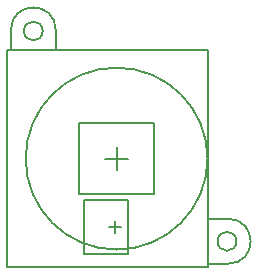
<source format=gbr>
G04 #@! TF.GenerationSoftware,KiCad,Pcbnew,(5.1.6)-1*
G04 #@! TF.CreationDate,2020-08-30T17:28:20+02:00*
G04 #@! TF.ProjectId,Freude_Microcontroller,46726575-6465-45f4-9d69-63726f636f6e,rev?*
G04 #@! TF.SameCoordinates,Original*
G04 #@! TF.FileFunction,Other,User*
%FSLAX46Y46*%
G04 Gerber Fmt 4.6, Leading zero omitted, Abs format (unit mm)*
G04 Created by KiCad (PCBNEW (5.1.6)-1) date 2020-08-30 17:28:20*
%MOMM*%
%LPD*%
G01*
G04 APERTURE LIST*
%ADD10C,0.200000*%
G04 APERTURE END LIST*
D10*
X208425000Y-79825000D02*
G75*
G03*
X208425000Y-79825000I-7700000J0D01*
G01*
X208475000Y-70625000D02*
X191475000Y-70625000D01*
X191475000Y-70625000D02*
X191475000Y-89025000D01*
X191475000Y-89025000D02*
X208475000Y-89025000D01*
X208475000Y-89025000D02*
X208475000Y-70625000D01*
X195575000Y-68925000D02*
X195575000Y-70625000D01*
X191775000Y-68925000D02*
X191775000Y-70625000D01*
X194475000Y-69025000D02*
G75*
G03*
X194475000Y-69025000I-800000J0D01*
G01*
X210875000Y-86825000D02*
G75*
G03*
X210875000Y-86825000I-800000J0D01*
G01*
X210175000Y-84925000D02*
X208475000Y-84925000D01*
X210175000Y-88725000D02*
X208475000Y-88725000D01*
X200725000Y-78825000D02*
X200725000Y-80825000D01*
X201725000Y-79825000D02*
X199725000Y-79825000D01*
X191775000Y-68925000D02*
G75*
G02*
X195575000Y-68925000I1900000J0D01*
G01*
X210175000Y-84925000D02*
G75*
G02*
X210175000Y-88725000I0J-1900000D01*
G01*
X201700000Y-83300000D02*
X201700000Y-87900000D01*
X201700000Y-87900000D02*
X198000000Y-87900000D01*
X198000000Y-87900000D02*
X198000000Y-83300000D01*
X198000000Y-83300000D02*
X201700000Y-83300000D01*
X200125000Y-85600000D02*
X201125000Y-85600000D01*
X200625000Y-85100000D02*
X200625000Y-86100000D01*
X197575000Y-82825000D02*
X203875000Y-82825000D01*
X197575000Y-76825000D02*
X203875000Y-76825000D01*
X203875000Y-76825000D02*
X203875000Y-82825000D01*
X197575000Y-76825000D02*
X197575000Y-82825000D01*
X200725000Y-80325000D02*
X200725000Y-79325000D01*
X200225000Y-79825000D02*
X201225000Y-79825000D01*
M02*

</source>
